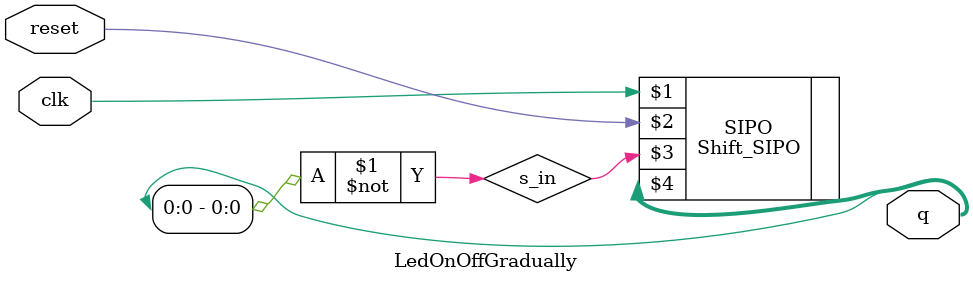
<source format=v>
`timescale 1ns / 1ps
module LedOnOffGradually(
   input clk, reset,
	output [7:0] q
	);
	wire s_in;
Shift_SIPO SIPO (clk, reset, s_in, q);
assign s_in = ~q[0] ;
endmodule

</source>
